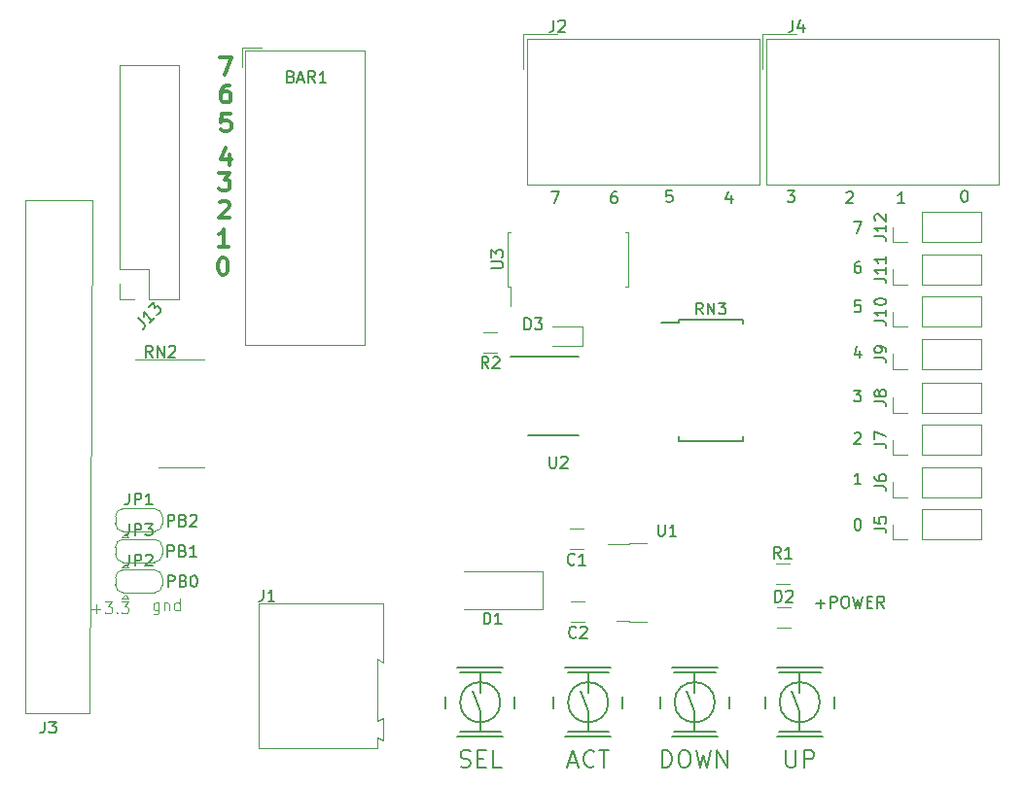
<source format=gbr>
%TF.GenerationSoftware,KiCad,Pcbnew,5.1.5+dfsg1-2build2*%
%TF.CreationDate,2021-08-20T16:46:53+02:00*%
%TF.ProjectId,sboxnet-weichenservo,73626f78-6e65-4742-9d77-65696368656e,rev?*%
%TF.SameCoordinates,Original*%
%TF.FileFunction,Legend,Top*%
%TF.FilePolarity,Positive*%
%FSLAX46Y46*%
G04 Gerber Fmt 4.6, Leading zero omitted, Abs format (unit mm)*
G04 Created by KiCad (PCBNEW 5.1.5+dfsg1-2build2) date 2021-08-20 16:46:53*
%MOMM*%
%LPD*%
G04 APERTURE LIST*
%ADD10C,0.150000*%
%ADD11C,0.100000*%
%ADD12C,0.300000*%
%ADD13C,0.120000*%
G04 APERTURE END LIST*
D10*
X85391428Y-154841428D02*
X86153333Y-154841428D01*
X85772380Y-155222380D02*
X85772380Y-154460476D01*
X86629523Y-155222380D02*
X86629523Y-154222380D01*
X87010476Y-154222380D01*
X87105714Y-154270000D01*
X87153333Y-154317619D01*
X87200952Y-154412857D01*
X87200952Y-154555714D01*
X87153333Y-154650952D01*
X87105714Y-154698571D01*
X87010476Y-154746190D01*
X86629523Y-154746190D01*
X87820000Y-154222380D02*
X88010476Y-154222380D01*
X88105714Y-154270000D01*
X88200952Y-154365238D01*
X88248571Y-154555714D01*
X88248571Y-154889047D01*
X88200952Y-155079523D01*
X88105714Y-155174761D01*
X88010476Y-155222380D01*
X87820000Y-155222380D01*
X87724761Y-155174761D01*
X87629523Y-155079523D01*
X87581904Y-154889047D01*
X87581904Y-154555714D01*
X87629523Y-154365238D01*
X87724761Y-154270000D01*
X87820000Y-154222380D01*
X88581904Y-154222380D02*
X88820000Y-155222380D01*
X89010476Y-154508095D01*
X89200952Y-155222380D01*
X89439047Y-154222380D01*
X89820000Y-154698571D02*
X90153333Y-154698571D01*
X90296190Y-155222380D02*
X89820000Y-155222380D01*
X89820000Y-154222380D01*
X90296190Y-154222380D01*
X91296190Y-155222380D02*
X90962857Y-154746190D01*
X90724761Y-155222380D02*
X90724761Y-154222380D01*
X91105714Y-154222380D01*
X91200952Y-154270000D01*
X91248571Y-154317619D01*
X91296190Y-154412857D01*
X91296190Y-154555714D01*
X91248571Y-154650952D01*
X91200952Y-154698571D01*
X91105714Y-154746190D01*
X90724761Y-154746190D01*
D11*
X22308571Y-155321428D02*
X23070476Y-155321428D01*
X22689523Y-155702380D02*
X22689523Y-154940476D01*
X23451428Y-154702380D02*
X24070476Y-154702380D01*
X23737142Y-155083333D01*
X23880000Y-155083333D01*
X23975238Y-155130952D01*
X24022857Y-155178571D01*
X24070476Y-155273809D01*
X24070476Y-155511904D01*
X24022857Y-155607142D01*
X23975238Y-155654761D01*
X23880000Y-155702380D01*
X23594285Y-155702380D01*
X23499047Y-155654761D01*
X23451428Y-155607142D01*
X24499047Y-155607142D02*
X24546666Y-155654761D01*
X24499047Y-155702380D01*
X24451428Y-155654761D01*
X24499047Y-155607142D01*
X24499047Y-155702380D01*
X24880000Y-154702380D02*
X25499047Y-154702380D01*
X25165714Y-155083333D01*
X25308571Y-155083333D01*
X25403809Y-155130952D01*
X25451428Y-155178571D01*
X25499047Y-155273809D01*
X25499047Y-155511904D01*
X25451428Y-155607142D01*
X25403809Y-155654761D01*
X25308571Y-155702380D01*
X25022857Y-155702380D01*
X24927619Y-155654761D01*
X24880000Y-155607142D01*
X28139523Y-154775714D02*
X28139523Y-155585238D01*
X28091904Y-155680476D01*
X28044285Y-155728095D01*
X27949047Y-155775714D01*
X27806190Y-155775714D01*
X27710952Y-155728095D01*
X28139523Y-155394761D02*
X28044285Y-155442380D01*
X27853809Y-155442380D01*
X27758571Y-155394761D01*
X27710952Y-155347142D01*
X27663333Y-155251904D01*
X27663333Y-154966190D01*
X27710952Y-154870952D01*
X27758571Y-154823333D01*
X27853809Y-154775714D01*
X28044285Y-154775714D01*
X28139523Y-154823333D01*
X28615714Y-154775714D02*
X28615714Y-155442380D01*
X28615714Y-154870952D02*
X28663333Y-154823333D01*
X28758571Y-154775714D01*
X28901428Y-154775714D01*
X28996666Y-154823333D01*
X29044285Y-154918571D01*
X29044285Y-155442380D01*
X29949047Y-155442380D02*
X29949047Y-154442380D01*
X29949047Y-155394761D02*
X29853809Y-155442380D01*
X29663333Y-155442380D01*
X29568095Y-155394761D01*
X29520476Y-155347142D01*
X29472857Y-155251904D01*
X29472857Y-154966190D01*
X29520476Y-154870952D01*
X29568095Y-154823333D01*
X29663333Y-154775714D01*
X29853809Y-154775714D01*
X29949047Y-154823333D01*
D10*
X28931904Y-148112380D02*
X28931904Y-147112380D01*
X29312857Y-147112380D01*
X29408095Y-147160000D01*
X29455714Y-147207619D01*
X29503333Y-147302857D01*
X29503333Y-147445714D01*
X29455714Y-147540952D01*
X29408095Y-147588571D01*
X29312857Y-147636190D01*
X28931904Y-147636190D01*
X30265238Y-147588571D02*
X30408095Y-147636190D01*
X30455714Y-147683809D01*
X30503333Y-147779047D01*
X30503333Y-147921904D01*
X30455714Y-148017142D01*
X30408095Y-148064761D01*
X30312857Y-148112380D01*
X29931904Y-148112380D01*
X29931904Y-147112380D01*
X30265238Y-147112380D01*
X30360476Y-147160000D01*
X30408095Y-147207619D01*
X30455714Y-147302857D01*
X30455714Y-147398095D01*
X30408095Y-147493333D01*
X30360476Y-147540952D01*
X30265238Y-147588571D01*
X29931904Y-147588571D01*
X30884285Y-147207619D02*
X30931904Y-147160000D01*
X31027142Y-147112380D01*
X31265238Y-147112380D01*
X31360476Y-147160000D01*
X31408095Y-147207619D01*
X31455714Y-147302857D01*
X31455714Y-147398095D01*
X31408095Y-147540952D01*
X30836666Y-148112380D01*
X31455714Y-148112380D01*
X28921904Y-150762380D02*
X28921904Y-149762380D01*
X29302857Y-149762380D01*
X29398095Y-149810000D01*
X29445714Y-149857619D01*
X29493333Y-149952857D01*
X29493333Y-150095714D01*
X29445714Y-150190952D01*
X29398095Y-150238571D01*
X29302857Y-150286190D01*
X28921904Y-150286190D01*
X30255238Y-150238571D02*
X30398095Y-150286190D01*
X30445714Y-150333809D01*
X30493333Y-150429047D01*
X30493333Y-150571904D01*
X30445714Y-150667142D01*
X30398095Y-150714761D01*
X30302857Y-150762380D01*
X29921904Y-150762380D01*
X29921904Y-149762380D01*
X30255238Y-149762380D01*
X30350476Y-149810000D01*
X30398095Y-149857619D01*
X30445714Y-149952857D01*
X30445714Y-150048095D01*
X30398095Y-150143333D01*
X30350476Y-150190952D01*
X30255238Y-150238571D01*
X29921904Y-150238571D01*
X31445714Y-150762380D02*
X30874285Y-150762380D01*
X31160000Y-150762380D02*
X31160000Y-149762380D01*
X31064761Y-149905238D01*
X30969523Y-150000476D01*
X30874285Y-150048095D01*
X28961904Y-153382380D02*
X28961904Y-152382380D01*
X29342857Y-152382380D01*
X29438095Y-152430000D01*
X29485714Y-152477619D01*
X29533333Y-152572857D01*
X29533333Y-152715714D01*
X29485714Y-152810952D01*
X29438095Y-152858571D01*
X29342857Y-152906190D01*
X28961904Y-152906190D01*
X30295238Y-152858571D02*
X30438095Y-152906190D01*
X30485714Y-152953809D01*
X30533333Y-153049047D01*
X30533333Y-153191904D01*
X30485714Y-153287142D01*
X30438095Y-153334761D01*
X30342857Y-153382380D01*
X29961904Y-153382380D01*
X29961904Y-152382380D01*
X30295238Y-152382380D01*
X30390476Y-152430000D01*
X30438095Y-152477619D01*
X30485714Y-152572857D01*
X30485714Y-152668095D01*
X30438095Y-152763333D01*
X30390476Y-152810952D01*
X30295238Y-152858571D01*
X29961904Y-152858571D01*
X31152380Y-152382380D02*
X31247619Y-152382380D01*
X31342857Y-152430000D01*
X31390476Y-152477619D01*
X31438095Y-152572857D01*
X31485714Y-152763333D01*
X31485714Y-153001428D01*
X31438095Y-153191904D01*
X31390476Y-153287142D01*
X31342857Y-153334761D01*
X31247619Y-153382380D01*
X31152380Y-153382380D01*
X31057142Y-153334761D01*
X31009523Y-153287142D01*
X30961904Y-153191904D01*
X30914285Y-153001428D01*
X30914285Y-152763333D01*
X30961904Y-152572857D01*
X31009523Y-152477619D01*
X31057142Y-152430000D01*
X31152380Y-152382380D01*
X88666666Y-121552380D02*
X89333333Y-121552380D01*
X88904761Y-122552380D01*
X89190476Y-125052380D02*
X89000000Y-125052380D01*
X88904761Y-125100000D01*
X88857142Y-125147619D01*
X88761904Y-125290476D01*
X88714285Y-125480952D01*
X88714285Y-125861904D01*
X88761904Y-125957142D01*
X88809523Y-126004761D01*
X88904761Y-126052380D01*
X89095238Y-126052380D01*
X89190476Y-126004761D01*
X89238095Y-125957142D01*
X89285714Y-125861904D01*
X89285714Y-125623809D01*
X89238095Y-125528571D01*
X89190476Y-125480952D01*
X89095238Y-125433333D01*
X88904761Y-125433333D01*
X88809523Y-125480952D01*
X88761904Y-125528571D01*
X88714285Y-125623809D01*
X89238095Y-128452380D02*
X88761904Y-128452380D01*
X88714285Y-128928571D01*
X88761904Y-128880952D01*
X88857142Y-128833333D01*
X89095238Y-128833333D01*
X89190476Y-128880952D01*
X89238095Y-128928571D01*
X89285714Y-129023809D01*
X89285714Y-129261904D01*
X89238095Y-129357142D01*
X89190476Y-129404761D01*
X89095238Y-129452380D01*
X88857142Y-129452380D01*
X88761904Y-129404761D01*
X88714285Y-129357142D01*
X89190476Y-132785714D02*
X89190476Y-133452380D01*
X88952380Y-132404761D02*
X88714285Y-133119047D01*
X89333333Y-133119047D01*
X88666666Y-136252380D02*
X89285714Y-136252380D01*
X88952380Y-136633333D01*
X89095238Y-136633333D01*
X89190476Y-136680952D01*
X89238095Y-136728571D01*
X89285714Y-136823809D01*
X89285714Y-137061904D01*
X89238095Y-137157142D01*
X89190476Y-137204761D01*
X89095238Y-137252380D01*
X88809523Y-137252380D01*
X88714285Y-137204761D01*
X88666666Y-137157142D01*
X88714285Y-140047619D02*
X88761904Y-140000000D01*
X88857142Y-139952380D01*
X89095238Y-139952380D01*
X89190476Y-140000000D01*
X89238095Y-140047619D01*
X89285714Y-140142857D01*
X89285714Y-140238095D01*
X89238095Y-140380952D01*
X88666666Y-140952380D01*
X89285714Y-140952380D01*
X89285714Y-144452380D02*
X88714285Y-144452380D01*
X89000000Y-144452380D02*
X89000000Y-143452380D01*
X88904761Y-143595238D01*
X88809523Y-143690476D01*
X88714285Y-143738095D01*
X88952380Y-147452380D02*
X89047619Y-147452380D01*
X89142857Y-147500000D01*
X89190476Y-147547619D01*
X89238095Y-147642857D01*
X89285714Y-147833333D01*
X89285714Y-148071428D01*
X89238095Y-148261904D01*
X89190476Y-148357142D01*
X89142857Y-148404761D01*
X89047619Y-148452380D01*
X88952380Y-148452380D01*
X88857142Y-148404761D01*
X88809523Y-148357142D01*
X88761904Y-148261904D01*
X88714285Y-148071428D01*
X88714285Y-147833333D01*
X88761904Y-147642857D01*
X88809523Y-147547619D01*
X88857142Y-147500000D01*
X88952380Y-147452380D01*
X62366666Y-118952380D02*
X63033333Y-118952380D01*
X62604761Y-119952380D01*
X67990476Y-118952380D02*
X67800000Y-118952380D01*
X67704761Y-119000000D01*
X67657142Y-119047619D01*
X67561904Y-119190476D01*
X67514285Y-119380952D01*
X67514285Y-119761904D01*
X67561904Y-119857142D01*
X67609523Y-119904761D01*
X67704761Y-119952380D01*
X67895238Y-119952380D01*
X67990476Y-119904761D01*
X68038095Y-119857142D01*
X68085714Y-119761904D01*
X68085714Y-119523809D01*
X68038095Y-119428571D01*
X67990476Y-119380952D01*
X67895238Y-119333333D01*
X67704761Y-119333333D01*
X67609523Y-119380952D01*
X67561904Y-119428571D01*
X67514285Y-119523809D01*
X72838095Y-118852380D02*
X72361904Y-118852380D01*
X72314285Y-119328571D01*
X72361904Y-119280952D01*
X72457142Y-119233333D01*
X72695238Y-119233333D01*
X72790476Y-119280952D01*
X72838095Y-119328571D01*
X72885714Y-119423809D01*
X72885714Y-119661904D01*
X72838095Y-119757142D01*
X72790476Y-119804761D01*
X72695238Y-119852380D01*
X72457142Y-119852380D01*
X72361904Y-119804761D01*
X72314285Y-119757142D01*
X77990476Y-119285714D02*
X77990476Y-119952380D01*
X77752380Y-118904761D02*
X77514285Y-119619047D01*
X78133333Y-119619047D01*
X82866666Y-118852380D02*
X83485714Y-118852380D01*
X83152380Y-119233333D01*
X83295238Y-119233333D01*
X83390476Y-119280952D01*
X83438095Y-119328571D01*
X83485714Y-119423809D01*
X83485714Y-119661904D01*
X83438095Y-119757142D01*
X83390476Y-119804761D01*
X83295238Y-119852380D01*
X83009523Y-119852380D01*
X82914285Y-119804761D01*
X82866666Y-119757142D01*
X88014285Y-119047619D02*
X88061904Y-119000000D01*
X88157142Y-118952380D01*
X88395238Y-118952380D01*
X88490476Y-119000000D01*
X88538095Y-119047619D01*
X88585714Y-119142857D01*
X88585714Y-119238095D01*
X88538095Y-119380952D01*
X87966666Y-119952380D01*
X88585714Y-119952380D01*
X93085714Y-119952380D02*
X92514285Y-119952380D01*
X92800000Y-119952380D02*
X92800000Y-118952380D01*
X92704761Y-119095238D01*
X92609523Y-119190476D01*
X92514285Y-119238095D01*
X98252380Y-118852380D02*
X98347619Y-118852380D01*
X98442857Y-118900000D01*
X98490476Y-118947619D01*
X98538095Y-119042857D01*
X98585714Y-119233333D01*
X98585714Y-119471428D01*
X98538095Y-119661904D01*
X98490476Y-119757142D01*
X98442857Y-119804761D01*
X98347619Y-119852380D01*
X98252380Y-119852380D01*
X98157142Y-119804761D01*
X98109523Y-119757142D01*
X98061904Y-119661904D01*
X98014285Y-119471428D01*
X98014285Y-119233333D01*
X98061904Y-119042857D01*
X98109523Y-118947619D01*
X98157142Y-118900000D01*
X98252380Y-118852380D01*
D12*
X34261371Y-123721251D02*
X33404228Y-123721251D01*
X33832800Y-123721251D02*
X33832800Y-122221251D01*
X33689942Y-122435537D01*
X33547085Y-122578394D01*
X33404228Y-122649822D01*
X33444868Y-119900308D02*
X33516297Y-119828880D01*
X33659154Y-119757451D01*
X34016297Y-119757451D01*
X34159154Y-119828880D01*
X34230582Y-119900308D01*
X34302011Y-120043165D01*
X34302011Y-120186022D01*
X34230582Y-120400308D01*
X33373440Y-121257451D01*
X34302011Y-121257451D01*
X33414080Y-117319051D02*
X34342651Y-117319051D01*
X33842651Y-117890480D01*
X34056937Y-117890480D01*
X34199794Y-117961908D01*
X34271222Y-118033337D01*
X34342651Y-118176194D01*
X34342651Y-118533337D01*
X34271222Y-118676194D01*
X34199794Y-118747622D01*
X34056937Y-118819051D01*
X33628365Y-118819051D01*
X33485508Y-118747622D01*
X33414080Y-118676194D01*
X34285714Y-115678571D02*
X34285714Y-116678571D01*
X33928571Y-115107142D02*
X33571428Y-116178571D01*
X34500000Y-116178571D01*
X34367742Y-112178571D02*
X33653457Y-112178571D01*
X33582028Y-112892857D01*
X33653457Y-112821428D01*
X33796314Y-112750000D01*
X34153457Y-112750000D01*
X34296314Y-112821428D01*
X34367742Y-112892857D01*
X34439171Y-113035714D01*
X34439171Y-113392857D01*
X34367742Y-113535714D01*
X34296314Y-113607142D01*
X34153457Y-113678571D01*
X33796314Y-113678571D01*
X33653457Y-113607142D01*
X33582028Y-113535714D01*
X34285714Y-109678571D02*
X34000000Y-109678571D01*
X33857142Y-109750000D01*
X33785714Y-109821428D01*
X33642857Y-110035714D01*
X33571428Y-110321428D01*
X33571428Y-110892857D01*
X33642857Y-111035714D01*
X33714285Y-111107142D01*
X33857142Y-111178571D01*
X34142857Y-111178571D01*
X34285714Y-111107142D01*
X34357142Y-111035714D01*
X34428571Y-110892857D01*
X34428571Y-110535714D01*
X34357142Y-110392857D01*
X34285714Y-110321428D01*
X34142857Y-110250000D01*
X33857142Y-110250000D01*
X33714285Y-110321428D01*
X33642857Y-110392857D01*
X33571428Y-110535714D01*
X33500000Y-107255571D02*
X34500000Y-107255571D01*
X33857142Y-108755571D01*
X33672471Y-124705371D02*
X33815328Y-124705371D01*
X33958185Y-124776800D01*
X34029614Y-124848228D01*
X34101042Y-124991085D01*
X34172471Y-125276800D01*
X34172471Y-125633942D01*
X34101042Y-125919657D01*
X34029614Y-126062514D01*
X33958185Y-126133942D01*
X33815328Y-126205371D01*
X33672471Y-126205371D01*
X33529614Y-126133942D01*
X33458185Y-126062514D01*
X33386757Y-125919657D01*
X33315328Y-125633942D01*
X33315328Y-125276800D01*
X33386757Y-124991085D01*
X33458185Y-124848228D01*
X33529614Y-124776800D01*
X33672471Y-124705371D01*
D13*
X32105600Y-142963900D02*
X28168600Y-142963900D01*
X32105600Y-133565900D02*
X26136600Y-133565900D01*
D10*
X54634000Y-166049000D02*
X54334000Y-166049000D01*
X57634000Y-166049000D02*
X57934000Y-166049000D01*
X57634000Y-160849000D02*
X57934000Y-160849000D01*
X54634000Y-160849000D02*
X54334000Y-160849000D01*
X56134000Y-164249000D02*
X55434000Y-162449000D01*
X56134000Y-166049000D02*
X56134000Y-164249000D01*
X56134000Y-160849000D02*
X56134000Y-162649000D01*
X57634000Y-166049000D02*
X54634000Y-166049000D01*
X54634000Y-160849000D02*
X57634000Y-160849000D01*
X57884000Y-163449000D02*
G75*
G03X57884000Y-163449000I-1750000J0D01*
G01*
X54134000Y-160449000D02*
X58134000Y-160449000D01*
X54134000Y-166449000D02*
X58134000Y-166449000D01*
X53134000Y-162949000D02*
X53134000Y-163949000D01*
X59134000Y-162949000D02*
X59134000Y-163949000D01*
X82447000Y-166049000D02*
X82147000Y-166049000D01*
X85447000Y-166049000D02*
X85747000Y-166049000D01*
X85447000Y-160849000D02*
X85747000Y-160849000D01*
X82447000Y-160849000D02*
X82147000Y-160849000D01*
X83947000Y-164249000D02*
X83247000Y-162449000D01*
X83947000Y-166049000D02*
X83947000Y-164249000D01*
X83947000Y-160849000D02*
X83947000Y-162649000D01*
X85447000Y-166049000D02*
X82447000Y-166049000D01*
X82447000Y-160849000D02*
X85447000Y-160849000D01*
X85697000Y-163449000D02*
G75*
G03X85697000Y-163449000I-1750000J0D01*
G01*
X81947000Y-160449000D02*
X85947000Y-160449000D01*
X81947000Y-166449000D02*
X85947000Y-166449000D01*
X80947000Y-162949000D02*
X80947000Y-163949000D01*
X86947000Y-162949000D02*
X86947000Y-163949000D01*
D13*
X46114000Y-106667000D02*
X46114000Y-132347000D01*
X35674000Y-106667000D02*
X46114000Y-106667000D01*
X35674000Y-132347000D02*
X35674000Y-106667000D01*
X46114000Y-132347000D02*
X35674000Y-132347000D01*
X35384000Y-106377000D02*
X35384000Y-108077000D01*
X37084000Y-106377000D02*
X35384000Y-106377000D01*
X26035000Y-128330000D02*
X24705000Y-128330000D01*
X24705000Y-128330000D02*
X24705000Y-127000000D01*
X27305000Y-128330000D02*
X27305000Y-125730000D01*
X27305000Y-125730000D02*
X24705000Y-125730000D01*
X24705000Y-125730000D02*
X24705000Y-107890000D01*
X29905000Y-107890000D02*
X24705000Y-107890000D01*
X29905000Y-128330000D02*
X29905000Y-107890000D01*
X29905000Y-128330000D02*
X27305000Y-128330000D01*
D10*
X58734000Y-133329000D02*
X64709000Y-133329000D01*
X60259000Y-140229000D02*
X64709000Y-140229000D01*
X73425000Y-130382000D02*
X71900000Y-130382000D01*
X73425000Y-140657000D02*
X78975000Y-140657000D01*
X73425000Y-130107000D02*
X78975000Y-130107000D01*
X73425000Y-140657000D02*
X73425000Y-140302000D01*
X78975000Y-140657000D02*
X78975000Y-140302000D01*
X78975000Y-130107000D02*
X78975000Y-130462000D01*
X73425000Y-130107000D02*
X73425000Y-130382000D01*
D13*
X57625064Y-131170000D02*
X56420936Y-131170000D01*
X57625064Y-132990000D02*
X56420936Y-132990000D01*
X81857436Y-153183000D02*
X83061564Y-153183000D01*
X81857436Y-151363000D02*
X83061564Y-151363000D01*
X65000000Y-132422000D02*
X62450000Y-132422000D01*
X65000000Y-130722000D02*
X62450000Y-130722000D01*
X65000000Y-132422000D02*
X65000000Y-130722000D01*
X81947936Y-156993000D02*
X83152064Y-156993000D01*
X81947936Y-155173000D02*
X83152064Y-155173000D01*
X65245064Y-154665000D02*
X64040936Y-154665000D01*
X65245064Y-156485000D02*
X64040936Y-156485000D01*
X65118064Y-148315000D02*
X63913936Y-148315000D01*
X65118064Y-150135000D02*
X63913936Y-150135000D01*
X69140800Y-156348700D02*
X68040800Y-156348700D01*
X69140800Y-156448700D02*
X69140800Y-156348700D01*
X70640800Y-156448700D02*
X69140800Y-156448700D01*
X69140800Y-149648700D02*
X67240800Y-149648700D01*
X69140800Y-149548700D02*
X69140800Y-149648700D01*
X70640800Y-149548700D02*
X69140800Y-149548700D01*
X58774000Y-127226000D02*
X58774000Y-128891000D01*
X58494000Y-127226000D02*
X58774000Y-127226000D01*
X58494000Y-124841000D02*
X58494000Y-127226000D01*
X58494000Y-122456000D02*
X58774000Y-122456000D01*
X58494000Y-124841000D02*
X58494000Y-122456000D01*
X69014000Y-127226000D02*
X68734000Y-127226000D01*
X69014000Y-124841000D02*
X69014000Y-127226000D01*
X69014000Y-122456000D02*
X68734000Y-122456000D01*
X69014000Y-124841000D02*
X69014000Y-122456000D01*
D10*
X64032000Y-166049000D02*
X63732000Y-166049000D01*
X67032000Y-166049000D02*
X67332000Y-166049000D01*
X67032000Y-160849000D02*
X67332000Y-160849000D01*
X64032000Y-160849000D02*
X63732000Y-160849000D01*
X65532000Y-164249000D02*
X64832000Y-162449000D01*
X65532000Y-166049000D02*
X65532000Y-164249000D01*
X65532000Y-160849000D02*
X65532000Y-162649000D01*
X67032000Y-166049000D02*
X64032000Y-166049000D01*
X64032000Y-160849000D02*
X67032000Y-160849000D01*
X67282000Y-163449000D02*
G75*
G03X67282000Y-163449000I-1750000J0D01*
G01*
X63532000Y-160449000D02*
X67532000Y-160449000D01*
X63532000Y-166449000D02*
X67532000Y-166449000D01*
X62532000Y-162949000D02*
X62532000Y-163949000D01*
X68532000Y-162949000D02*
X68532000Y-163949000D01*
X73303000Y-166049000D02*
X73003000Y-166049000D01*
X76303000Y-166049000D02*
X76603000Y-166049000D01*
X76303000Y-160849000D02*
X76603000Y-160849000D01*
X73303000Y-160849000D02*
X73003000Y-160849000D01*
X74803000Y-164249000D02*
X74103000Y-162449000D01*
X74803000Y-166049000D02*
X74803000Y-164249000D01*
X74803000Y-160849000D02*
X74803000Y-162649000D01*
X76303000Y-166049000D02*
X73303000Y-166049000D01*
X73303000Y-160849000D02*
X76303000Y-160849000D01*
X76553000Y-163449000D02*
G75*
G03X76553000Y-163449000I-1750000J0D01*
G01*
X72803000Y-160449000D02*
X76803000Y-160449000D01*
X72803000Y-166449000D02*
X76803000Y-166449000D01*
X71803000Y-162949000D02*
X71803000Y-163949000D01*
X77803000Y-162949000D02*
X77803000Y-163949000D01*
D13*
X25016000Y-149241000D02*
X27816000Y-149241000D01*
X28466000Y-149941000D02*
X28466000Y-150541000D01*
X27816000Y-151241000D02*
X25016000Y-151241000D01*
X24366000Y-150541000D02*
X24366000Y-149941000D01*
X25216000Y-151441000D02*
X24916000Y-151741000D01*
X24916000Y-151741000D02*
X25516000Y-151741000D01*
X25216000Y-151441000D02*
X25516000Y-151741000D01*
X24366000Y-149941000D02*
G75*
G02X25066000Y-149241000I700000J0D01*
G01*
X25066000Y-151241000D02*
G75*
G02X24366000Y-150541000I0J700000D01*
G01*
X28466000Y-150541000D02*
G75*
G02X27766000Y-151241000I-700000J0D01*
G01*
X27766000Y-149241000D02*
G75*
G02X28466000Y-149941000I0J-700000D01*
G01*
X25016000Y-151908000D02*
X27816000Y-151908000D01*
X28466000Y-152608000D02*
X28466000Y-153208000D01*
X27816000Y-153908000D02*
X25016000Y-153908000D01*
X24366000Y-153208000D02*
X24366000Y-152608000D01*
X25216000Y-154108000D02*
X24916000Y-154408000D01*
X24916000Y-154408000D02*
X25516000Y-154408000D01*
X25216000Y-154108000D02*
X25516000Y-154408000D01*
X24366000Y-152608000D02*
G75*
G02X25066000Y-151908000I700000J0D01*
G01*
X25066000Y-153908000D02*
G75*
G02X24366000Y-153208000I0J700000D01*
G01*
X28466000Y-153208000D02*
G75*
G02X27766000Y-153908000I-700000J0D01*
G01*
X27766000Y-151908000D02*
G75*
G02X28466000Y-152608000I0J-700000D01*
G01*
X25016000Y-146574000D02*
X27816000Y-146574000D01*
X28466000Y-147274000D02*
X28466000Y-147874000D01*
X27816000Y-148574000D02*
X25016000Y-148574000D01*
X24366000Y-147874000D02*
X24366000Y-147274000D01*
X25216000Y-148774000D02*
X24916000Y-149074000D01*
X24916000Y-149074000D02*
X25516000Y-149074000D01*
X25216000Y-148774000D02*
X25516000Y-149074000D01*
X24366000Y-147274000D02*
G75*
G02X25066000Y-146574000I700000J0D01*
G01*
X25066000Y-148574000D02*
G75*
G02X24366000Y-147874000I0J700000D01*
G01*
X28466000Y-147874000D02*
G75*
G02X27766000Y-148574000I-700000J0D01*
G01*
X27766000Y-146574000D02*
G75*
G02X28466000Y-147274000I0J-700000D01*
G01*
X99755000Y-123377000D02*
X99755000Y-120717000D01*
X94615000Y-123377000D02*
X99755000Y-123377000D01*
X94615000Y-120717000D02*
X99755000Y-120717000D01*
X94615000Y-123377000D02*
X94615000Y-120717000D01*
X93345000Y-123377000D02*
X92015000Y-123377000D01*
X92015000Y-123377000D02*
X92015000Y-122047000D01*
X99755000Y-127060000D02*
X99755000Y-124400000D01*
X94615000Y-127060000D02*
X99755000Y-127060000D01*
X94615000Y-124400000D02*
X99755000Y-124400000D01*
X94615000Y-127060000D02*
X94615000Y-124400000D01*
X93345000Y-127060000D02*
X92015000Y-127060000D01*
X92015000Y-127060000D02*
X92015000Y-125730000D01*
X92015000Y-130743000D02*
X92015000Y-129413000D01*
X93345000Y-130743000D02*
X92015000Y-130743000D01*
X94615000Y-130743000D02*
X94615000Y-128083000D01*
X94615000Y-128083000D02*
X99755000Y-128083000D01*
X94615000Y-130743000D02*
X99755000Y-130743000D01*
X99755000Y-130743000D02*
X99755000Y-128083000D01*
X92015000Y-134426000D02*
X92015000Y-133096000D01*
X93345000Y-134426000D02*
X92015000Y-134426000D01*
X94615000Y-134426000D02*
X94615000Y-131766000D01*
X94615000Y-131766000D02*
X99755000Y-131766000D01*
X94615000Y-134426000D02*
X99755000Y-134426000D01*
X99755000Y-134426000D02*
X99755000Y-131766000D01*
X92015000Y-138236000D02*
X92015000Y-136906000D01*
X93345000Y-138236000D02*
X92015000Y-138236000D01*
X94615000Y-138236000D02*
X94615000Y-135576000D01*
X94615000Y-135576000D02*
X99755000Y-135576000D01*
X94615000Y-138236000D02*
X99755000Y-138236000D01*
X99755000Y-138236000D02*
X99755000Y-135576000D01*
X92015000Y-141919000D02*
X92015000Y-140589000D01*
X93345000Y-141919000D02*
X92015000Y-141919000D01*
X94615000Y-141919000D02*
X94615000Y-139259000D01*
X94615000Y-139259000D02*
X99755000Y-139259000D01*
X94615000Y-141919000D02*
X99755000Y-141919000D01*
X99755000Y-141919000D02*
X99755000Y-139259000D01*
X92015000Y-145602000D02*
X92015000Y-144272000D01*
X93345000Y-145602000D02*
X92015000Y-145602000D01*
X94615000Y-145602000D02*
X94615000Y-142942000D01*
X94615000Y-142942000D02*
X99755000Y-142942000D01*
X94615000Y-145602000D02*
X99755000Y-145602000D01*
X99755000Y-145602000D02*
X99755000Y-142942000D01*
X92015000Y-149285000D02*
X92015000Y-147955000D01*
X93345000Y-149285000D02*
X92015000Y-149285000D01*
X94615000Y-149285000D02*
X94615000Y-146625000D01*
X94615000Y-146625000D02*
X99755000Y-146625000D01*
X94615000Y-149285000D02*
X99755000Y-149285000D01*
X99755000Y-149285000D02*
X99755000Y-146625000D01*
X81073000Y-105640000D02*
X81073000Y-118380000D01*
X81073000Y-118380000D02*
X101313000Y-118380000D01*
X101313000Y-105640000D02*
X101313000Y-118380000D01*
X81073000Y-105640000D02*
X101313000Y-105640000D01*
X81073000Y-105640000D02*
X81073000Y-118380000D01*
X81073000Y-118380000D02*
X101313000Y-118380000D01*
X101313000Y-105640000D02*
X101313000Y-118380000D01*
X81073000Y-105640000D02*
X101313000Y-105640000D01*
X80693000Y-105260000D02*
X83693000Y-105260000D01*
X80693000Y-108260000D02*
X80693000Y-105260000D01*
X16510000Y-164401500D02*
X22098000Y-164401500D01*
X16510000Y-163639500D02*
X16510000Y-164401500D01*
X16510000Y-119697500D02*
X16510000Y-163639500D01*
X22352000Y-119697500D02*
X16510000Y-119697500D01*
X22098000Y-164401500D02*
X22352000Y-119697500D01*
X60245000Y-105640000D02*
X60245000Y-118380000D01*
X60245000Y-118380000D02*
X80485000Y-118380000D01*
X80485000Y-105640000D02*
X80485000Y-118380000D01*
X60245000Y-105640000D02*
X80485000Y-105640000D01*
X60245000Y-105640000D02*
X60245000Y-118380000D01*
X60245000Y-118380000D02*
X80485000Y-118380000D01*
X80485000Y-105640000D02*
X80485000Y-118380000D01*
X60245000Y-105640000D02*
X80485000Y-105640000D01*
X59865000Y-105260000D02*
X62865000Y-105260000D01*
X59865000Y-108260000D02*
X59865000Y-105260000D01*
X47697000Y-154863000D02*
X36847000Y-154863000D01*
X47697000Y-159963000D02*
X47697000Y-154863000D01*
X47197000Y-159663000D02*
X47697000Y-159963000D01*
X47197000Y-165063000D02*
X47197000Y-159663000D01*
X47697000Y-164813000D02*
X47197000Y-165063000D01*
X47697000Y-164863000D02*
X47697000Y-164813000D01*
X47697000Y-166763000D02*
X47697000Y-164863000D01*
X47197000Y-166513000D02*
X47697000Y-166763000D01*
X47197000Y-167463000D02*
X47197000Y-166513000D01*
X36847000Y-167463000D02*
X47197000Y-167463000D01*
X36847000Y-154863000D02*
X36847000Y-167463000D01*
X61600000Y-155350000D02*
X54700000Y-155350000D01*
X61600000Y-152050000D02*
X54700000Y-152050000D01*
X61600000Y-155350000D02*
X61600000Y-152050000D01*
D10*
X27605123Y-133383280D02*
X27271790Y-132907090D01*
X27033695Y-133383280D02*
X27033695Y-132383280D01*
X27414647Y-132383280D01*
X27509885Y-132430900D01*
X27557504Y-132478519D01*
X27605123Y-132573757D01*
X27605123Y-132716614D01*
X27557504Y-132811852D01*
X27509885Y-132859471D01*
X27414647Y-132907090D01*
X27033695Y-132907090D01*
X28033695Y-133383280D02*
X28033695Y-132383280D01*
X28605123Y-133383280D01*
X28605123Y-132383280D01*
X29033695Y-132478519D02*
X29081314Y-132430900D01*
X29176552Y-132383280D01*
X29414647Y-132383280D01*
X29509885Y-132430900D01*
X29557504Y-132478519D01*
X29605123Y-132573757D01*
X29605123Y-132668995D01*
X29557504Y-132811852D01*
X28986076Y-133383280D01*
X29605123Y-133383280D01*
X54419714Y-169056142D02*
X54634000Y-169127571D01*
X54991142Y-169127571D01*
X55134000Y-169056142D01*
X55205428Y-168984714D01*
X55276857Y-168841857D01*
X55276857Y-168699000D01*
X55205428Y-168556142D01*
X55134000Y-168484714D01*
X54991142Y-168413285D01*
X54705428Y-168341857D01*
X54562571Y-168270428D01*
X54491142Y-168199000D01*
X54419714Y-168056142D01*
X54419714Y-167913285D01*
X54491142Y-167770428D01*
X54562571Y-167699000D01*
X54705428Y-167627571D01*
X55062571Y-167627571D01*
X55276857Y-167699000D01*
X55919714Y-168341857D02*
X56419714Y-168341857D01*
X56634000Y-169127571D02*
X55919714Y-169127571D01*
X55919714Y-167627571D01*
X56634000Y-167627571D01*
X57991142Y-169127571D02*
X57276857Y-169127571D01*
X57276857Y-167627571D01*
X82768428Y-167627571D02*
X82768428Y-168841857D01*
X82839857Y-168984714D01*
X82911285Y-169056142D01*
X83054142Y-169127571D01*
X83339857Y-169127571D01*
X83482714Y-169056142D01*
X83554142Y-168984714D01*
X83625571Y-168841857D01*
X83625571Y-167627571D01*
X84339857Y-169127571D02*
X84339857Y-167627571D01*
X84911285Y-167627571D01*
X85054142Y-167699000D01*
X85125571Y-167770428D01*
X85197000Y-167913285D01*
X85197000Y-168127571D01*
X85125571Y-168270428D01*
X85054142Y-168341857D01*
X84911285Y-168413285D01*
X84339857Y-168413285D01*
X39666666Y-108928571D02*
X39809523Y-108976190D01*
X39857142Y-109023809D01*
X39904761Y-109119047D01*
X39904761Y-109261904D01*
X39857142Y-109357142D01*
X39809523Y-109404761D01*
X39714285Y-109452380D01*
X39333333Y-109452380D01*
X39333333Y-108452380D01*
X39666666Y-108452380D01*
X39761904Y-108500000D01*
X39809523Y-108547619D01*
X39857142Y-108642857D01*
X39857142Y-108738095D01*
X39809523Y-108833333D01*
X39761904Y-108880952D01*
X39666666Y-108928571D01*
X39333333Y-108928571D01*
X40285714Y-109166666D02*
X40761904Y-109166666D01*
X40190476Y-109452380D02*
X40523809Y-108452380D01*
X40857142Y-109452380D01*
X41761904Y-109452380D02*
X41428571Y-108976190D01*
X41190476Y-109452380D02*
X41190476Y-108452380D01*
X41571428Y-108452380D01*
X41666666Y-108500000D01*
X41714285Y-108547619D01*
X41761904Y-108642857D01*
X41761904Y-108785714D01*
X41714285Y-108880952D01*
X41666666Y-108928571D01*
X41571428Y-108976190D01*
X41190476Y-108976190D01*
X42714285Y-109452380D02*
X42142857Y-109452380D01*
X42428571Y-109452380D02*
X42428571Y-108452380D01*
X42333333Y-108595238D01*
X42238095Y-108690476D01*
X42142857Y-108738095D01*
X26345355Y-129955194D02*
X26850431Y-130460270D01*
X26917774Y-130594957D01*
X26917774Y-130729644D01*
X26850431Y-130864331D01*
X26783087Y-130931675D01*
X27759568Y-129955194D02*
X27355507Y-130359255D01*
X27557538Y-130157225D02*
X26850431Y-129450118D01*
X26884103Y-129618477D01*
X26884103Y-129753164D01*
X26850431Y-129854179D01*
X27288164Y-129012385D02*
X27725896Y-128574652D01*
X27759568Y-129079729D01*
X27860583Y-128978713D01*
X27961599Y-128945042D01*
X28028942Y-128945042D01*
X28129957Y-128978713D01*
X28298316Y-129147072D01*
X28331988Y-129248087D01*
X28331988Y-129315431D01*
X28298316Y-129416446D01*
X28096286Y-129618477D01*
X27995270Y-129652148D01*
X27927927Y-129652148D01*
X62168095Y-142042380D02*
X62168095Y-142851904D01*
X62215714Y-142947142D01*
X62263333Y-142994761D01*
X62358571Y-143042380D01*
X62549047Y-143042380D01*
X62644285Y-142994761D01*
X62691904Y-142947142D01*
X62739523Y-142851904D01*
X62739523Y-142042380D01*
X63168095Y-142137619D02*
X63215714Y-142090000D01*
X63310952Y-142042380D01*
X63549047Y-142042380D01*
X63644285Y-142090000D01*
X63691904Y-142137619D01*
X63739523Y-142232857D01*
X63739523Y-142328095D01*
X63691904Y-142470952D01*
X63120476Y-143042380D01*
X63739523Y-143042380D01*
X75509523Y-129634380D02*
X75176190Y-129158190D01*
X74938095Y-129634380D02*
X74938095Y-128634380D01*
X75319047Y-128634380D01*
X75414285Y-128682000D01*
X75461904Y-128729619D01*
X75509523Y-128824857D01*
X75509523Y-128967714D01*
X75461904Y-129062952D01*
X75414285Y-129110571D01*
X75319047Y-129158190D01*
X74938095Y-129158190D01*
X75938095Y-129634380D02*
X75938095Y-128634380D01*
X76509523Y-129634380D01*
X76509523Y-128634380D01*
X76890476Y-128634380D02*
X77509523Y-128634380D01*
X77176190Y-129015333D01*
X77319047Y-129015333D01*
X77414285Y-129062952D01*
X77461904Y-129110571D01*
X77509523Y-129205809D01*
X77509523Y-129443904D01*
X77461904Y-129539142D01*
X77414285Y-129586761D01*
X77319047Y-129634380D01*
X77033333Y-129634380D01*
X76938095Y-129586761D01*
X76890476Y-129539142D01*
X56856333Y-134352380D02*
X56523000Y-133876190D01*
X56284904Y-134352380D02*
X56284904Y-133352380D01*
X56665857Y-133352380D01*
X56761095Y-133400000D01*
X56808714Y-133447619D01*
X56856333Y-133542857D01*
X56856333Y-133685714D01*
X56808714Y-133780952D01*
X56761095Y-133828571D01*
X56665857Y-133876190D01*
X56284904Y-133876190D01*
X57237285Y-133447619D02*
X57284904Y-133400000D01*
X57380142Y-133352380D01*
X57618238Y-133352380D01*
X57713476Y-133400000D01*
X57761095Y-133447619D01*
X57808714Y-133542857D01*
X57808714Y-133638095D01*
X57761095Y-133780952D01*
X57189666Y-134352380D01*
X57808714Y-134352380D01*
X82292833Y-150905380D02*
X81959500Y-150429190D01*
X81721404Y-150905380D02*
X81721404Y-149905380D01*
X82102357Y-149905380D01*
X82197595Y-149953000D01*
X82245214Y-150000619D01*
X82292833Y-150095857D01*
X82292833Y-150238714D01*
X82245214Y-150333952D01*
X82197595Y-150381571D01*
X82102357Y-150429190D01*
X81721404Y-150429190D01*
X83245214Y-150905380D02*
X82673785Y-150905380D01*
X82959500Y-150905380D02*
X82959500Y-149905380D01*
X82864261Y-150048238D01*
X82769023Y-150143476D01*
X82673785Y-150191095D01*
X60001904Y-130982380D02*
X60001904Y-129982380D01*
X60240000Y-129982380D01*
X60382857Y-130030000D01*
X60478095Y-130125238D01*
X60525714Y-130220476D01*
X60573333Y-130410952D01*
X60573333Y-130553809D01*
X60525714Y-130744285D01*
X60478095Y-130839523D01*
X60382857Y-130934761D01*
X60240000Y-130982380D01*
X60001904Y-130982380D01*
X60906666Y-129982380D02*
X61525714Y-129982380D01*
X61192380Y-130363333D01*
X61335238Y-130363333D01*
X61430476Y-130410952D01*
X61478095Y-130458571D01*
X61525714Y-130553809D01*
X61525714Y-130791904D01*
X61478095Y-130887142D01*
X61430476Y-130934761D01*
X61335238Y-130982380D01*
X61049523Y-130982380D01*
X60954285Y-130934761D01*
X60906666Y-130887142D01*
X81811904Y-154715380D02*
X81811904Y-153715380D01*
X82050000Y-153715380D01*
X82192857Y-153763000D01*
X82288095Y-153858238D01*
X82335714Y-153953476D01*
X82383333Y-154143952D01*
X82383333Y-154286809D01*
X82335714Y-154477285D01*
X82288095Y-154572523D01*
X82192857Y-154667761D01*
X82050000Y-154715380D01*
X81811904Y-154715380D01*
X82764285Y-153810619D02*
X82811904Y-153763000D01*
X82907142Y-153715380D01*
X83145238Y-153715380D01*
X83240476Y-153763000D01*
X83288095Y-153810619D01*
X83335714Y-153905857D01*
X83335714Y-154001095D01*
X83288095Y-154143952D01*
X82716666Y-154715380D01*
X83335714Y-154715380D01*
X64476333Y-157752142D02*
X64428714Y-157799761D01*
X64285857Y-157847380D01*
X64190619Y-157847380D01*
X64047761Y-157799761D01*
X63952523Y-157704523D01*
X63904904Y-157609285D01*
X63857285Y-157418809D01*
X63857285Y-157275952D01*
X63904904Y-157085476D01*
X63952523Y-156990238D01*
X64047761Y-156895000D01*
X64190619Y-156847380D01*
X64285857Y-156847380D01*
X64428714Y-156895000D01*
X64476333Y-156942619D01*
X64857285Y-156942619D02*
X64904904Y-156895000D01*
X65000142Y-156847380D01*
X65238238Y-156847380D01*
X65333476Y-156895000D01*
X65381095Y-156942619D01*
X65428714Y-157037857D01*
X65428714Y-157133095D01*
X65381095Y-157275952D01*
X64809666Y-157847380D01*
X65428714Y-157847380D01*
X64349333Y-151402142D02*
X64301714Y-151449761D01*
X64158857Y-151497380D01*
X64063619Y-151497380D01*
X63920761Y-151449761D01*
X63825523Y-151354523D01*
X63777904Y-151259285D01*
X63730285Y-151068809D01*
X63730285Y-150925952D01*
X63777904Y-150735476D01*
X63825523Y-150640238D01*
X63920761Y-150545000D01*
X64063619Y-150497380D01*
X64158857Y-150497380D01*
X64301714Y-150545000D01*
X64349333Y-150592619D01*
X65301714Y-151497380D02*
X64730285Y-151497380D01*
X65016000Y-151497380D02*
X65016000Y-150497380D01*
X64920761Y-150640238D01*
X64825523Y-150735476D01*
X64730285Y-150783095D01*
X71628895Y-147951080D02*
X71628895Y-148760604D01*
X71676514Y-148855842D01*
X71724133Y-148903461D01*
X71819371Y-148951080D01*
X72009847Y-148951080D01*
X72105085Y-148903461D01*
X72152704Y-148855842D01*
X72200323Y-148760604D01*
X72200323Y-147951080D01*
X73200323Y-148951080D02*
X72628895Y-148951080D01*
X72914609Y-148951080D02*
X72914609Y-147951080D01*
X72819371Y-148093938D01*
X72724133Y-148189176D01*
X72628895Y-148236795D01*
X57106380Y-125602904D02*
X57915904Y-125602904D01*
X58011142Y-125555285D01*
X58058761Y-125507666D01*
X58106380Y-125412428D01*
X58106380Y-125221952D01*
X58058761Y-125126714D01*
X58011142Y-125079095D01*
X57915904Y-125031476D01*
X57106380Y-125031476D01*
X57106380Y-124650523D02*
X57106380Y-124031476D01*
X57487333Y-124364809D01*
X57487333Y-124221952D01*
X57534952Y-124126714D01*
X57582571Y-124079095D01*
X57677809Y-124031476D01*
X57915904Y-124031476D01*
X58011142Y-124079095D01*
X58058761Y-124126714D01*
X58106380Y-124221952D01*
X58106380Y-124507666D01*
X58058761Y-124602904D01*
X58011142Y-124650523D01*
X63853428Y-168699000D02*
X64567714Y-168699000D01*
X63710571Y-169127571D02*
X64210571Y-167627571D01*
X64710571Y-169127571D01*
X66067714Y-168984714D02*
X65996285Y-169056142D01*
X65782000Y-169127571D01*
X65639142Y-169127571D01*
X65424857Y-169056142D01*
X65282000Y-168913285D01*
X65210571Y-168770428D01*
X65139142Y-168484714D01*
X65139142Y-168270428D01*
X65210571Y-167984714D01*
X65282000Y-167841857D01*
X65424857Y-167699000D01*
X65639142Y-167627571D01*
X65782000Y-167627571D01*
X65996285Y-167699000D01*
X66067714Y-167770428D01*
X66496285Y-167627571D02*
X67353428Y-167627571D01*
X66924857Y-169127571D02*
X66924857Y-167627571D01*
X71981571Y-169127571D02*
X71981571Y-167627571D01*
X72338714Y-167627571D01*
X72553000Y-167699000D01*
X72695857Y-167841857D01*
X72767285Y-167984714D01*
X72838714Y-168270428D01*
X72838714Y-168484714D01*
X72767285Y-168770428D01*
X72695857Y-168913285D01*
X72553000Y-169056142D01*
X72338714Y-169127571D01*
X71981571Y-169127571D01*
X73767285Y-167627571D02*
X74053000Y-167627571D01*
X74195857Y-167699000D01*
X74338714Y-167841857D01*
X74410142Y-168127571D01*
X74410142Y-168627571D01*
X74338714Y-168913285D01*
X74195857Y-169056142D01*
X74053000Y-169127571D01*
X73767285Y-169127571D01*
X73624428Y-169056142D01*
X73481571Y-168913285D01*
X73410142Y-168627571D01*
X73410142Y-168127571D01*
X73481571Y-167841857D01*
X73624428Y-167699000D01*
X73767285Y-167627571D01*
X74910142Y-167627571D02*
X75267285Y-169127571D01*
X75553000Y-168056142D01*
X75838714Y-169127571D01*
X76195857Y-167627571D01*
X76767285Y-169127571D02*
X76767285Y-167627571D01*
X77624428Y-169127571D01*
X77624428Y-167627571D01*
X25582666Y-147893380D02*
X25582666Y-148607666D01*
X25535047Y-148750523D01*
X25439809Y-148845761D01*
X25296952Y-148893380D01*
X25201714Y-148893380D01*
X26058857Y-148893380D02*
X26058857Y-147893380D01*
X26439809Y-147893380D01*
X26535047Y-147941000D01*
X26582666Y-147988619D01*
X26630285Y-148083857D01*
X26630285Y-148226714D01*
X26582666Y-148321952D01*
X26535047Y-148369571D01*
X26439809Y-148417190D01*
X26058857Y-148417190D01*
X26963619Y-147893380D02*
X27582666Y-147893380D01*
X27249333Y-148274333D01*
X27392190Y-148274333D01*
X27487428Y-148321952D01*
X27535047Y-148369571D01*
X27582666Y-148464809D01*
X27582666Y-148702904D01*
X27535047Y-148798142D01*
X27487428Y-148845761D01*
X27392190Y-148893380D01*
X27106476Y-148893380D01*
X27011238Y-148845761D01*
X26963619Y-148798142D01*
X25582666Y-150560380D02*
X25582666Y-151274666D01*
X25535047Y-151417523D01*
X25439809Y-151512761D01*
X25296952Y-151560380D01*
X25201714Y-151560380D01*
X26058857Y-151560380D02*
X26058857Y-150560380D01*
X26439809Y-150560380D01*
X26535047Y-150608000D01*
X26582666Y-150655619D01*
X26630285Y-150750857D01*
X26630285Y-150893714D01*
X26582666Y-150988952D01*
X26535047Y-151036571D01*
X26439809Y-151084190D01*
X26058857Y-151084190D01*
X27011238Y-150655619D02*
X27058857Y-150608000D01*
X27154095Y-150560380D01*
X27392190Y-150560380D01*
X27487428Y-150608000D01*
X27535047Y-150655619D01*
X27582666Y-150750857D01*
X27582666Y-150846095D01*
X27535047Y-150988952D01*
X26963619Y-151560380D01*
X27582666Y-151560380D01*
X25582666Y-145226380D02*
X25582666Y-145940666D01*
X25535047Y-146083523D01*
X25439809Y-146178761D01*
X25296952Y-146226380D01*
X25201714Y-146226380D01*
X26058857Y-146226380D02*
X26058857Y-145226380D01*
X26439809Y-145226380D01*
X26535047Y-145274000D01*
X26582666Y-145321619D01*
X26630285Y-145416857D01*
X26630285Y-145559714D01*
X26582666Y-145654952D01*
X26535047Y-145702571D01*
X26439809Y-145750190D01*
X26058857Y-145750190D01*
X27582666Y-146226380D02*
X27011238Y-146226380D01*
X27296952Y-146226380D02*
X27296952Y-145226380D01*
X27201714Y-145369238D01*
X27106476Y-145464476D01*
X27011238Y-145512095D01*
X90467380Y-122856523D02*
X91181666Y-122856523D01*
X91324523Y-122904142D01*
X91419761Y-122999380D01*
X91467380Y-123142238D01*
X91467380Y-123237476D01*
X91467380Y-121856523D02*
X91467380Y-122427952D01*
X91467380Y-122142238D02*
X90467380Y-122142238D01*
X90610238Y-122237476D01*
X90705476Y-122332714D01*
X90753095Y-122427952D01*
X90562619Y-121475571D02*
X90515000Y-121427952D01*
X90467380Y-121332714D01*
X90467380Y-121094619D01*
X90515000Y-120999380D01*
X90562619Y-120951761D01*
X90657857Y-120904142D01*
X90753095Y-120904142D01*
X90895952Y-120951761D01*
X91467380Y-121523190D01*
X91467380Y-120904142D01*
X90467380Y-126539523D02*
X91181666Y-126539523D01*
X91324523Y-126587142D01*
X91419761Y-126682380D01*
X91467380Y-126825238D01*
X91467380Y-126920476D01*
X91467380Y-125539523D02*
X91467380Y-126110952D01*
X91467380Y-125825238D02*
X90467380Y-125825238D01*
X90610238Y-125920476D01*
X90705476Y-126015714D01*
X90753095Y-126110952D01*
X91467380Y-124587142D02*
X91467380Y-125158571D01*
X91467380Y-124872857D02*
X90467380Y-124872857D01*
X90610238Y-124968095D01*
X90705476Y-125063333D01*
X90753095Y-125158571D01*
X90467380Y-130222523D02*
X91181666Y-130222523D01*
X91324523Y-130270142D01*
X91419761Y-130365380D01*
X91467380Y-130508238D01*
X91467380Y-130603476D01*
X91467380Y-129222523D02*
X91467380Y-129793952D01*
X91467380Y-129508238D02*
X90467380Y-129508238D01*
X90610238Y-129603476D01*
X90705476Y-129698714D01*
X90753095Y-129793952D01*
X90467380Y-128603476D02*
X90467380Y-128508238D01*
X90515000Y-128413000D01*
X90562619Y-128365380D01*
X90657857Y-128317761D01*
X90848333Y-128270142D01*
X91086428Y-128270142D01*
X91276904Y-128317761D01*
X91372142Y-128365380D01*
X91419761Y-128413000D01*
X91467380Y-128508238D01*
X91467380Y-128603476D01*
X91419761Y-128698714D01*
X91372142Y-128746333D01*
X91276904Y-128793952D01*
X91086428Y-128841571D01*
X90848333Y-128841571D01*
X90657857Y-128793952D01*
X90562619Y-128746333D01*
X90515000Y-128698714D01*
X90467380Y-128603476D01*
X90467380Y-133429333D02*
X91181666Y-133429333D01*
X91324523Y-133476952D01*
X91419761Y-133572190D01*
X91467380Y-133715047D01*
X91467380Y-133810285D01*
X91467380Y-132905523D02*
X91467380Y-132715047D01*
X91419761Y-132619809D01*
X91372142Y-132572190D01*
X91229285Y-132476952D01*
X91038809Y-132429333D01*
X90657857Y-132429333D01*
X90562619Y-132476952D01*
X90515000Y-132524571D01*
X90467380Y-132619809D01*
X90467380Y-132810285D01*
X90515000Y-132905523D01*
X90562619Y-132953142D01*
X90657857Y-133000761D01*
X90895952Y-133000761D01*
X90991190Y-132953142D01*
X91038809Y-132905523D01*
X91086428Y-132810285D01*
X91086428Y-132619809D01*
X91038809Y-132524571D01*
X90991190Y-132476952D01*
X90895952Y-132429333D01*
X90467380Y-137239333D02*
X91181666Y-137239333D01*
X91324523Y-137286952D01*
X91419761Y-137382190D01*
X91467380Y-137525047D01*
X91467380Y-137620285D01*
X90895952Y-136620285D02*
X90848333Y-136715523D01*
X90800714Y-136763142D01*
X90705476Y-136810761D01*
X90657857Y-136810761D01*
X90562619Y-136763142D01*
X90515000Y-136715523D01*
X90467380Y-136620285D01*
X90467380Y-136429809D01*
X90515000Y-136334571D01*
X90562619Y-136286952D01*
X90657857Y-136239333D01*
X90705476Y-136239333D01*
X90800714Y-136286952D01*
X90848333Y-136334571D01*
X90895952Y-136429809D01*
X90895952Y-136620285D01*
X90943571Y-136715523D01*
X90991190Y-136763142D01*
X91086428Y-136810761D01*
X91276904Y-136810761D01*
X91372142Y-136763142D01*
X91419761Y-136715523D01*
X91467380Y-136620285D01*
X91467380Y-136429809D01*
X91419761Y-136334571D01*
X91372142Y-136286952D01*
X91276904Y-136239333D01*
X91086428Y-136239333D01*
X90991190Y-136286952D01*
X90943571Y-136334571D01*
X90895952Y-136429809D01*
X90467380Y-140922333D02*
X91181666Y-140922333D01*
X91324523Y-140969952D01*
X91419761Y-141065190D01*
X91467380Y-141208047D01*
X91467380Y-141303285D01*
X90467380Y-140541380D02*
X90467380Y-139874714D01*
X91467380Y-140303285D01*
X90467380Y-144605333D02*
X91181666Y-144605333D01*
X91324523Y-144652952D01*
X91419761Y-144748190D01*
X91467380Y-144891047D01*
X91467380Y-144986285D01*
X90467380Y-143700571D02*
X90467380Y-143891047D01*
X90515000Y-143986285D01*
X90562619Y-144033904D01*
X90705476Y-144129142D01*
X90895952Y-144176761D01*
X91276904Y-144176761D01*
X91372142Y-144129142D01*
X91419761Y-144081523D01*
X91467380Y-143986285D01*
X91467380Y-143795809D01*
X91419761Y-143700571D01*
X91372142Y-143652952D01*
X91276904Y-143605333D01*
X91038809Y-143605333D01*
X90943571Y-143652952D01*
X90895952Y-143700571D01*
X90848333Y-143795809D01*
X90848333Y-143986285D01*
X90895952Y-144081523D01*
X90943571Y-144129142D01*
X91038809Y-144176761D01*
X90467380Y-148288333D02*
X91181666Y-148288333D01*
X91324523Y-148335952D01*
X91419761Y-148431190D01*
X91467380Y-148574047D01*
X91467380Y-148669285D01*
X90467380Y-147335952D02*
X90467380Y-147812142D01*
X90943571Y-147859761D01*
X90895952Y-147812142D01*
X90848333Y-147716904D01*
X90848333Y-147478809D01*
X90895952Y-147383571D01*
X90943571Y-147335952D01*
X91038809Y-147288333D01*
X91276904Y-147288333D01*
X91372142Y-147335952D01*
X91419761Y-147383571D01*
X91467380Y-147478809D01*
X91467380Y-147716904D01*
X91419761Y-147812142D01*
X91372142Y-147859761D01*
X83359666Y-104012380D02*
X83359666Y-104726666D01*
X83312047Y-104869523D01*
X83216809Y-104964761D01*
X83073952Y-105012380D01*
X82978714Y-105012380D01*
X84264428Y-104345714D02*
X84264428Y-105012380D01*
X84026333Y-103964761D02*
X83788238Y-104679047D01*
X84407285Y-104679047D01*
X18208666Y-165123880D02*
X18208666Y-165838166D01*
X18161047Y-165981023D01*
X18065809Y-166076261D01*
X17922952Y-166123880D01*
X17827714Y-166123880D01*
X18589619Y-165123880D02*
X19208666Y-165123880D01*
X18875333Y-165504833D01*
X19018190Y-165504833D01*
X19113428Y-165552452D01*
X19161047Y-165600071D01*
X19208666Y-165695309D01*
X19208666Y-165933404D01*
X19161047Y-166028642D01*
X19113428Y-166076261D01*
X19018190Y-166123880D01*
X18732476Y-166123880D01*
X18637238Y-166076261D01*
X18589619Y-166028642D01*
X62531666Y-104012380D02*
X62531666Y-104726666D01*
X62484047Y-104869523D01*
X62388809Y-104964761D01*
X62245952Y-105012380D01*
X62150714Y-105012380D01*
X62960238Y-104107619D02*
X63007857Y-104060000D01*
X63103095Y-104012380D01*
X63341190Y-104012380D01*
X63436428Y-104060000D01*
X63484047Y-104107619D01*
X63531666Y-104202857D01*
X63531666Y-104298095D01*
X63484047Y-104440952D01*
X62912619Y-105012380D01*
X63531666Y-105012380D01*
X37243666Y-153625380D02*
X37243666Y-154339666D01*
X37196047Y-154482523D01*
X37100809Y-154577761D01*
X36957952Y-154625380D01*
X36862714Y-154625380D01*
X38243666Y-154625380D02*
X37672238Y-154625380D01*
X37957952Y-154625380D02*
X37957952Y-153625380D01*
X37862714Y-153768238D01*
X37767476Y-153863476D01*
X37672238Y-153911095D01*
X56461904Y-156652380D02*
X56461904Y-155652380D01*
X56700000Y-155652380D01*
X56842857Y-155700000D01*
X56938095Y-155795238D01*
X56985714Y-155890476D01*
X57033333Y-156080952D01*
X57033333Y-156223809D01*
X56985714Y-156414285D01*
X56938095Y-156509523D01*
X56842857Y-156604761D01*
X56700000Y-156652380D01*
X56461904Y-156652380D01*
X57985714Y-156652380D02*
X57414285Y-156652380D01*
X57700000Y-156652380D02*
X57700000Y-155652380D01*
X57604761Y-155795238D01*
X57509523Y-155890476D01*
X57414285Y-155938095D01*
M02*

</source>
